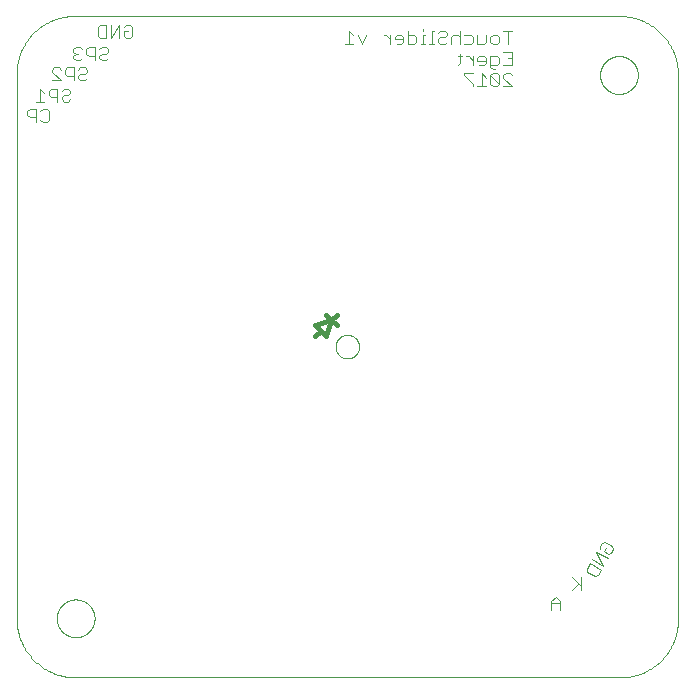
<source format=gbo>
G75*
%MOIN*%
%OFA0B0*%
%FSLAX25Y25*%
%IPPOS*%
%LPD*%
%AMOC8*
5,1,8,0,0,1.08239X$1,22.5*
%
%ADD10C,0.00039*%
%ADD11C,0.00400*%
%ADD12C,0.00000*%
%ADD13C,0.01600*%
D10*
X0059997Y0061910D02*
X0059997Y0243406D01*
X0060003Y0243872D01*
X0060020Y0244338D01*
X0060048Y0244803D01*
X0060087Y0245268D01*
X0060138Y0245731D01*
X0060199Y0246193D01*
X0060272Y0246654D01*
X0060356Y0247112D01*
X0060451Y0247569D01*
X0060558Y0248023D01*
X0060675Y0248474D01*
X0060802Y0248922D01*
X0060941Y0249367D01*
X0061091Y0249809D01*
X0061251Y0250247D01*
X0061421Y0250681D01*
X0061602Y0251110D01*
X0061793Y0251535D01*
X0061995Y0251956D01*
X0062207Y0252371D01*
X0062428Y0252781D01*
X0062660Y0253186D01*
X0062901Y0253585D01*
X0063152Y0253978D01*
X0063412Y0254365D01*
X0063681Y0254745D01*
X0063960Y0255119D01*
X0064247Y0255486D01*
X0064544Y0255846D01*
X0064848Y0256198D01*
X0065162Y0256543D01*
X0065483Y0256881D01*
X0065813Y0257211D01*
X0066151Y0257532D01*
X0066496Y0257846D01*
X0066848Y0258150D01*
X0067208Y0258447D01*
X0067575Y0258734D01*
X0067949Y0259013D01*
X0068329Y0259282D01*
X0068716Y0259542D01*
X0069109Y0259793D01*
X0069508Y0260034D01*
X0069913Y0260266D01*
X0070323Y0260487D01*
X0070738Y0260699D01*
X0071159Y0260901D01*
X0071584Y0261092D01*
X0072013Y0261273D01*
X0072447Y0261443D01*
X0072885Y0261603D01*
X0073327Y0261753D01*
X0073772Y0261892D01*
X0074220Y0262019D01*
X0074671Y0262136D01*
X0075125Y0262243D01*
X0075582Y0262338D01*
X0076040Y0262422D01*
X0076501Y0262495D01*
X0076963Y0262556D01*
X0077426Y0262607D01*
X0077891Y0262646D01*
X0078356Y0262674D01*
X0078822Y0262691D01*
X0079288Y0262697D01*
X0260784Y0262697D01*
X0261260Y0262691D01*
X0261735Y0262674D01*
X0262210Y0262645D01*
X0262684Y0262605D01*
X0263157Y0262553D01*
X0263628Y0262490D01*
X0264098Y0262416D01*
X0264566Y0262330D01*
X0265032Y0262233D01*
X0265495Y0262125D01*
X0265955Y0262006D01*
X0266413Y0261875D01*
X0266867Y0261734D01*
X0267318Y0261581D01*
X0267764Y0261418D01*
X0268207Y0261244D01*
X0268645Y0261059D01*
X0269079Y0260864D01*
X0269508Y0260658D01*
X0269932Y0260442D01*
X0270351Y0260216D01*
X0270764Y0259980D01*
X0271171Y0259734D01*
X0271572Y0259478D01*
X0271966Y0259212D01*
X0272355Y0258937D01*
X0272736Y0258653D01*
X0273110Y0258360D01*
X0273478Y0258058D01*
X0273838Y0257746D01*
X0274190Y0257427D01*
X0274534Y0257099D01*
X0274871Y0256762D01*
X0275199Y0256418D01*
X0275518Y0256066D01*
X0275830Y0255706D01*
X0276132Y0255338D01*
X0276425Y0254964D01*
X0276709Y0254583D01*
X0276984Y0254194D01*
X0277250Y0253800D01*
X0277506Y0253399D01*
X0277752Y0252992D01*
X0277988Y0252579D01*
X0278214Y0252160D01*
X0278430Y0251736D01*
X0278636Y0251307D01*
X0278831Y0250873D01*
X0279016Y0250435D01*
X0279190Y0249992D01*
X0279353Y0249546D01*
X0279506Y0249095D01*
X0279647Y0248641D01*
X0279778Y0248183D01*
X0279897Y0247723D01*
X0280005Y0247260D01*
X0280102Y0246794D01*
X0280188Y0246326D01*
X0280262Y0245856D01*
X0280325Y0245385D01*
X0280377Y0244912D01*
X0280417Y0244438D01*
X0280446Y0243963D01*
X0280463Y0243488D01*
X0280469Y0243012D01*
X0280469Y0061516D01*
X0280463Y0061050D01*
X0280446Y0060584D01*
X0280418Y0060119D01*
X0280379Y0059654D01*
X0280328Y0059191D01*
X0280267Y0058729D01*
X0280194Y0058268D01*
X0280110Y0057810D01*
X0280015Y0057353D01*
X0279908Y0056899D01*
X0279791Y0056448D01*
X0279664Y0056000D01*
X0279525Y0055555D01*
X0279375Y0055113D01*
X0279215Y0054675D01*
X0279045Y0054241D01*
X0278864Y0053812D01*
X0278673Y0053387D01*
X0278471Y0052966D01*
X0278259Y0052551D01*
X0278038Y0052141D01*
X0277806Y0051736D01*
X0277565Y0051337D01*
X0277314Y0050944D01*
X0277054Y0050557D01*
X0276785Y0050177D01*
X0276506Y0049803D01*
X0276219Y0049436D01*
X0275922Y0049076D01*
X0275618Y0048724D01*
X0275304Y0048379D01*
X0274983Y0048041D01*
X0274653Y0047711D01*
X0274315Y0047390D01*
X0273970Y0047076D01*
X0273618Y0046772D01*
X0273258Y0046475D01*
X0272891Y0046188D01*
X0272517Y0045909D01*
X0272137Y0045640D01*
X0271750Y0045380D01*
X0271357Y0045129D01*
X0270958Y0044888D01*
X0270553Y0044656D01*
X0270143Y0044435D01*
X0269728Y0044223D01*
X0269307Y0044021D01*
X0268882Y0043830D01*
X0268453Y0043649D01*
X0268019Y0043479D01*
X0267581Y0043319D01*
X0267139Y0043169D01*
X0266694Y0043030D01*
X0266246Y0042903D01*
X0265795Y0042786D01*
X0265341Y0042679D01*
X0264884Y0042584D01*
X0264426Y0042500D01*
X0263965Y0042427D01*
X0263503Y0042366D01*
X0263040Y0042315D01*
X0262575Y0042276D01*
X0262110Y0042248D01*
X0261644Y0042231D01*
X0261178Y0042225D01*
X0079682Y0042225D01*
X0079206Y0042231D01*
X0078731Y0042248D01*
X0078256Y0042277D01*
X0077782Y0042317D01*
X0077309Y0042369D01*
X0076838Y0042432D01*
X0076368Y0042506D01*
X0075900Y0042592D01*
X0075434Y0042689D01*
X0074971Y0042797D01*
X0074511Y0042916D01*
X0074053Y0043047D01*
X0073599Y0043188D01*
X0073148Y0043341D01*
X0072702Y0043504D01*
X0072259Y0043678D01*
X0071821Y0043863D01*
X0071387Y0044058D01*
X0070958Y0044264D01*
X0070534Y0044480D01*
X0070115Y0044706D01*
X0069702Y0044942D01*
X0069295Y0045188D01*
X0068894Y0045444D01*
X0068500Y0045710D01*
X0068111Y0045985D01*
X0067730Y0046269D01*
X0067356Y0046562D01*
X0066988Y0046864D01*
X0066628Y0047176D01*
X0066276Y0047495D01*
X0065932Y0047823D01*
X0065595Y0048160D01*
X0065267Y0048504D01*
X0064948Y0048856D01*
X0064636Y0049216D01*
X0064334Y0049584D01*
X0064041Y0049958D01*
X0063757Y0050339D01*
X0063482Y0050728D01*
X0063216Y0051122D01*
X0062960Y0051523D01*
X0062714Y0051930D01*
X0062478Y0052343D01*
X0062252Y0052762D01*
X0062036Y0053186D01*
X0061830Y0053615D01*
X0061635Y0054049D01*
X0061450Y0054487D01*
X0061276Y0054930D01*
X0061113Y0055376D01*
X0060960Y0055827D01*
X0060819Y0056281D01*
X0060688Y0056739D01*
X0060569Y0057199D01*
X0060461Y0057662D01*
X0060364Y0058128D01*
X0060278Y0058596D01*
X0060204Y0059066D01*
X0060141Y0059537D01*
X0060089Y0060010D01*
X0060049Y0060484D01*
X0060020Y0060959D01*
X0060003Y0061434D01*
X0059997Y0061910D01*
D11*
X0066470Y0227464D02*
X0066470Y0231792D01*
X0064306Y0231792D01*
X0063585Y0231071D01*
X0063585Y0229628D01*
X0064306Y0228907D01*
X0066470Y0228907D01*
X0067935Y0228186D02*
X0068656Y0227464D01*
X0070099Y0227464D01*
X0070820Y0228186D01*
X0070820Y0231071D01*
X0070099Y0231792D01*
X0068656Y0231792D01*
X0067935Y0231071D01*
X0067764Y0234157D02*
X0067764Y0238485D01*
X0069207Y0237043D01*
X0070671Y0237764D02*
X0070671Y0236321D01*
X0071393Y0235600D01*
X0073557Y0235600D01*
X0073557Y0234157D02*
X0073557Y0238485D01*
X0071393Y0238485D01*
X0070671Y0237764D01*
X0071833Y0241244D02*
X0074718Y0241244D01*
X0071833Y0244129D01*
X0071833Y0244851D01*
X0072554Y0245572D01*
X0073997Y0245572D01*
X0074718Y0244851D01*
X0076183Y0244851D02*
X0076183Y0243408D01*
X0076905Y0242687D01*
X0079069Y0242687D01*
X0079069Y0241244D02*
X0079069Y0245572D01*
X0076905Y0245572D01*
X0076183Y0244851D01*
X0080533Y0244851D02*
X0081255Y0245572D01*
X0082697Y0245572D01*
X0083419Y0244851D01*
X0083419Y0244129D01*
X0082697Y0243408D01*
X0081255Y0243408D01*
X0080533Y0242687D01*
X0080533Y0241965D01*
X0081255Y0241244D01*
X0082697Y0241244D01*
X0083419Y0241965D01*
X0077907Y0237764D02*
X0077907Y0237043D01*
X0077186Y0236321D01*
X0075743Y0236321D01*
X0075022Y0235600D01*
X0075022Y0234879D01*
X0075743Y0234157D01*
X0077186Y0234157D01*
X0077907Y0234879D01*
X0077907Y0237764D02*
X0077186Y0238485D01*
X0075743Y0238485D01*
X0075022Y0237764D01*
X0069207Y0234157D02*
X0066321Y0234157D01*
X0079641Y0247937D02*
X0081084Y0247937D01*
X0081805Y0248658D01*
X0080362Y0250101D02*
X0079641Y0250101D01*
X0078920Y0249379D01*
X0078920Y0248658D01*
X0079641Y0247937D01*
X0079641Y0250101D02*
X0078920Y0250822D01*
X0078920Y0251544D01*
X0079641Y0252265D01*
X0081084Y0252265D01*
X0081805Y0251544D01*
X0083270Y0251544D02*
X0083270Y0250101D01*
X0083991Y0249379D01*
X0086155Y0249379D01*
X0086155Y0247937D02*
X0086155Y0252265D01*
X0083991Y0252265D01*
X0083270Y0251544D01*
X0087620Y0251544D02*
X0088341Y0252265D01*
X0089784Y0252265D01*
X0090505Y0251544D01*
X0090505Y0250822D01*
X0089784Y0250101D01*
X0088341Y0250101D01*
X0087620Y0249379D01*
X0087620Y0248658D01*
X0088341Y0247937D01*
X0089784Y0247937D01*
X0090505Y0248658D01*
X0089876Y0255456D02*
X0087712Y0255456D01*
X0086991Y0256178D01*
X0086991Y0259063D01*
X0087712Y0259785D01*
X0089876Y0259785D01*
X0089876Y0255456D01*
X0091341Y0255456D02*
X0091341Y0259785D01*
X0094226Y0259785D02*
X0091341Y0255456D01*
X0094226Y0255456D02*
X0094226Y0259785D01*
X0095691Y0259063D02*
X0096412Y0259785D01*
X0097855Y0259785D01*
X0098576Y0259063D01*
X0098576Y0256178D01*
X0097855Y0255456D01*
X0096412Y0255456D01*
X0095691Y0256178D01*
X0095691Y0257620D01*
X0097134Y0257620D01*
X0169339Y0253449D02*
X0172224Y0253449D01*
X0170781Y0253449D02*
X0170781Y0257777D01*
X0172224Y0256334D01*
X0173689Y0256334D02*
X0175131Y0253449D01*
X0176574Y0256334D01*
X0182385Y0256334D02*
X0183107Y0256334D01*
X0184549Y0254891D01*
X0184549Y0253449D02*
X0184549Y0256334D01*
X0186014Y0255613D02*
X0186014Y0254891D01*
X0188900Y0254891D01*
X0188900Y0254170D02*
X0188900Y0255613D01*
X0188178Y0256334D01*
X0186736Y0256334D01*
X0186014Y0255613D01*
X0186736Y0253449D02*
X0188178Y0253449D01*
X0188900Y0254170D01*
X0190364Y0253449D02*
X0192528Y0253449D01*
X0193250Y0254170D01*
X0193250Y0255613D01*
X0192528Y0256334D01*
X0190364Y0256334D01*
X0190364Y0257777D02*
X0190364Y0253449D01*
X0194707Y0253449D02*
X0196150Y0253449D01*
X0195429Y0253449D02*
X0195429Y0256334D01*
X0196150Y0256334D01*
X0195429Y0257777D02*
X0195429Y0258498D01*
X0198329Y0257777D02*
X0198329Y0253449D01*
X0199050Y0253449D02*
X0197607Y0253449D01*
X0200515Y0254170D02*
X0201236Y0253449D01*
X0202679Y0253449D01*
X0203400Y0254170D01*
X0202679Y0255613D02*
X0201236Y0255613D01*
X0200515Y0254891D01*
X0200515Y0254170D01*
X0202679Y0255613D02*
X0203400Y0256334D01*
X0203400Y0257055D01*
X0202679Y0257777D01*
X0201236Y0257777D01*
X0200515Y0257055D01*
X0199050Y0257777D02*
X0198329Y0257777D01*
X0204865Y0255613D02*
X0204865Y0253449D01*
X0204865Y0255613D02*
X0205586Y0256334D01*
X0207029Y0256334D01*
X0207750Y0255613D01*
X0209215Y0256334D02*
X0211379Y0256334D01*
X0212101Y0255613D01*
X0212101Y0254170D01*
X0211379Y0253449D01*
X0209215Y0253449D01*
X0207750Y0253449D02*
X0207750Y0257777D01*
X0213565Y0256334D02*
X0213565Y0253449D01*
X0215729Y0253449D01*
X0216451Y0254170D01*
X0216451Y0256334D01*
X0217915Y0255613D02*
X0218637Y0256334D01*
X0220080Y0256334D01*
X0220801Y0255613D01*
X0220801Y0254170D01*
X0220080Y0253449D01*
X0218637Y0253449D01*
X0217915Y0254170D01*
X0217915Y0255613D01*
X0222266Y0257777D02*
X0225151Y0257777D01*
X0223708Y0257777D02*
X0223708Y0253449D01*
X0222266Y0250690D02*
X0225151Y0250690D01*
X0225151Y0246362D01*
X0222266Y0246362D01*
X0220801Y0247083D02*
X0220080Y0246362D01*
X0217915Y0246362D01*
X0217915Y0245641D02*
X0217915Y0249247D01*
X0220080Y0249247D01*
X0220801Y0248526D01*
X0220801Y0247083D01*
X0219358Y0244919D02*
X0218637Y0244919D01*
X0217915Y0245641D01*
X0216451Y0247083D02*
X0215729Y0246362D01*
X0214287Y0246362D01*
X0213565Y0247805D02*
X0216451Y0247805D01*
X0216451Y0248526D02*
X0215729Y0249247D01*
X0214287Y0249247D01*
X0213565Y0248526D01*
X0213565Y0247805D01*
X0212101Y0247805D02*
X0210658Y0249247D01*
X0209936Y0249247D01*
X0208475Y0249247D02*
X0207033Y0249247D01*
X0207754Y0249969D02*
X0207754Y0247083D01*
X0207033Y0246362D01*
X0209215Y0243603D02*
X0209215Y0242882D01*
X0212101Y0239997D01*
X0212101Y0239275D01*
X0213565Y0239275D02*
X0216451Y0239275D01*
X0215008Y0239275D02*
X0215008Y0243603D01*
X0216451Y0242161D01*
X0217915Y0242882D02*
X0220801Y0239997D01*
X0220080Y0239275D01*
X0218637Y0239275D01*
X0217915Y0239997D01*
X0217915Y0242882D01*
X0218637Y0243603D01*
X0220080Y0243603D01*
X0220801Y0242882D01*
X0220801Y0239997D01*
X0222266Y0239275D02*
X0225151Y0239275D01*
X0222266Y0242161D01*
X0222266Y0242882D01*
X0222987Y0243603D01*
X0224430Y0243603D01*
X0225151Y0242882D01*
X0225151Y0248526D02*
X0223708Y0248526D01*
X0216451Y0248526D02*
X0216451Y0247083D01*
X0212101Y0246362D02*
X0212101Y0249247D01*
X0212101Y0243603D02*
X0209215Y0243603D01*
X0255037Y0087182D02*
X0256022Y0087446D01*
X0258521Y0086003D01*
X0258785Y0085018D01*
X0258064Y0083768D01*
X0257078Y0083504D01*
X0255829Y0084225D01*
X0256550Y0085475D01*
X0254579Y0084947D02*
X0254315Y0085932D01*
X0255037Y0087182D01*
X0253222Y0084039D02*
X0255528Y0079376D01*
X0251780Y0081540D01*
X0251047Y0080272D02*
X0249965Y0078397D01*
X0250229Y0077412D01*
X0252728Y0075969D01*
X0253713Y0076233D01*
X0254795Y0078108D01*
X0251047Y0080272D01*
X0253222Y0084039D02*
X0256970Y0081875D01*
X0248064Y0075729D02*
X0248064Y0071401D01*
X0248064Y0072844D02*
X0245179Y0075729D01*
X0247343Y0073565D02*
X0245179Y0071401D01*
X0241096Y0067594D02*
X0239653Y0069037D01*
X0238211Y0067594D01*
X0238211Y0064708D01*
X0238211Y0066872D02*
X0241096Y0066872D01*
X0241096Y0067594D02*
X0241096Y0064708D01*
D12*
X0166296Y0152461D02*
X0166298Y0152586D01*
X0166304Y0152711D01*
X0166314Y0152835D01*
X0166328Y0152959D01*
X0166345Y0153083D01*
X0166367Y0153206D01*
X0166393Y0153328D01*
X0166422Y0153450D01*
X0166455Y0153570D01*
X0166493Y0153689D01*
X0166533Y0153808D01*
X0166578Y0153924D01*
X0166626Y0154039D01*
X0166678Y0154153D01*
X0166734Y0154265D01*
X0166793Y0154375D01*
X0166855Y0154483D01*
X0166921Y0154590D01*
X0166990Y0154694D01*
X0167063Y0154795D01*
X0167138Y0154895D01*
X0167217Y0154992D01*
X0167299Y0155086D01*
X0167384Y0155178D01*
X0167471Y0155267D01*
X0167562Y0155353D01*
X0167655Y0155436D01*
X0167751Y0155517D01*
X0167849Y0155594D01*
X0167949Y0155668D01*
X0168052Y0155739D01*
X0168157Y0155806D01*
X0168265Y0155871D01*
X0168374Y0155931D01*
X0168485Y0155989D01*
X0168598Y0156042D01*
X0168712Y0156092D01*
X0168828Y0156139D01*
X0168945Y0156181D01*
X0169064Y0156220D01*
X0169184Y0156256D01*
X0169305Y0156287D01*
X0169427Y0156315D01*
X0169549Y0156338D01*
X0169673Y0156358D01*
X0169797Y0156374D01*
X0169921Y0156386D01*
X0170046Y0156394D01*
X0170171Y0156398D01*
X0170295Y0156398D01*
X0170420Y0156394D01*
X0170545Y0156386D01*
X0170669Y0156374D01*
X0170793Y0156358D01*
X0170917Y0156338D01*
X0171039Y0156315D01*
X0171161Y0156287D01*
X0171282Y0156256D01*
X0171402Y0156220D01*
X0171521Y0156181D01*
X0171638Y0156139D01*
X0171754Y0156092D01*
X0171868Y0156042D01*
X0171981Y0155989D01*
X0172092Y0155931D01*
X0172202Y0155871D01*
X0172309Y0155806D01*
X0172414Y0155739D01*
X0172517Y0155668D01*
X0172617Y0155594D01*
X0172715Y0155517D01*
X0172811Y0155436D01*
X0172904Y0155353D01*
X0172995Y0155267D01*
X0173082Y0155178D01*
X0173167Y0155086D01*
X0173249Y0154992D01*
X0173328Y0154895D01*
X0173403Y0154795D01*
X0173476Y0154694D01*
X0173545Y0154590D01*
X0173611Y0154483D01*
X0173673Y0154375D01*
X0173732Y0154265D01*
X0173788Y0154153D01*
X0173840Y0154039D01*
X0173888Y0153924D01*
X0173933Y0153808D01*
X0173973Y0153689D01*
X0174011Y0153570D01*
X0174044Y0153450D01*
X0174073Y0153328D01*
X0174099Y0153206D01*
X0174121Y0153083D01*
X0174138Y0152959D01*
X0174152Y0152835D01*
X0174162Y0152711D01*
X0174168Y0152586D01*
X0174170Y0152461D01*
X0174168Y0152336D01*
X0174162Y0152211D01*
X0174152Y0152087D01*
X0174138Y0151963D01*
X0174121Y0151839D01*
X0174099Y0151716D01*
X0174073Y0151594D01*
X0174044Y0151472D01*
X0174011Y0151352D01*
X0173973Y0151233D01*
X0173933Y0151114D01*
X0173888Y0150998D01*
X0173840Y0150883D01*
X0173788Y0150769D01*
X0173732Y0150657D01*
X0173673Y0150547D01*
X0173611Y0150439D01*
X0173545Y0150332D01*
X0173476Y0150228D01*
X0173403Y0150127D01*
X0173328Y0150027D01*
X0173249Y0149930D01*
X0173167Y0149836D01*
X0173082Y0149744D01*
X0172995Y0149655D01*
X0172904Y0149569D01*
X0172811Y0149486D01*
X0172715Y0149405D01*
X0172617Y0149328D01*
X0172517Y0149254D01*
X0172414Y0149183D01*
X0172309Y0149116D01*
X0172201Y0149051D01*
X0172092Y0148991D01*
X0171981Y0148933D01*
X0171868Y0148880D01*
X0171754Y0148830D01*
X0171638Y0148783D01*
X0171521Y0148741D01*
X0171402Y0148702D01*
X0171282Y0148666D01*
X0171161Y0148635D01*
X0171039Y0148607D01*
X0170917Y0148584D01*
X0170793Y0148564D01*
X0170669Y0148548D01*
X0170545Y0148536D01*
X0170420Y0148528D01*
X0170295Y0148524D01*
X0170171Y0148524D01*
X0170046Y0148528D01*
X0169921Y0148536D01*
X0169797Y0148548D01*
X0169673Y0148564D01*
X0169549Y0148584D01*
X0169427Y0148607D01*
X0169305Y0148635D01*
X0169184Y0148666D01*
X0169064Y0148702D01*
X0168945Y0148741D01*
X0168828Y0148783D01*
X0168712Y0148830D01*
X0168598Y0148880D01*
X0168485Y0148933D01*
X0168374Y0148991D01*
X0168264Y0149051D01*
X0168157Y0149116D01*
X0168052Y0149183D01*
X0167949Y0149254D01*
X0167849Y0149328D01*
X0167751Y0149405D01*
X0167655Y0149486D01*
X0167562Y0149569D01*
X0167471Y0149655D01*
X0167384Y0149744D01*
X0167299Y0149836D01*
X0167217Y0149930D01*
X0167138Y0150027D01*
X0167063Y0150127D01*
X0166990Y0150228D01*
X0166921Y0150332D01*
X0166855Y0150439D01*
X0166793Y0150547D01*
X0166734Y0150657D01*
X0166678Y0150769D01*
X0166626Y0150883D01*
X0166578Y0150998D01*
X0166533Y0151114D01*
X0166493Y0151233D01*
X0166455Y0151352D01*
X0166422Y0151472D01*
X0166393Y0151594D01*
X0166367Y0151716D01*
X0166345Y0151839D01*
X0166328Y0151963D01*
X0166314Y0152087D01*
X0166304Y0152211D01*
X0166298Y0152336D01*
X0166296Y0152461D01*
X0073383Y0061910D02*
X0073385Y0062068D01*
X0073391Y0062226D01*
X0073401Y0062384D01*
X0073415Y0062542D01*
X0073433Y0062699D01*
X0073454Y0062856D01*
X0073480Y0063012D01*
X0073510Y0063168D01*
X0073543Y0063323D01*
X0073581Y0063476D01*
X0073622Y0063629D01*
X0073667Y0063781D01*
X0073716Y0063932D01*
X0073769Y0064081D01*
X0073825Y0064229D01*
X0073885Y0064375D01*
X0073949Y0064520D01*
X0074017Y0064663D01*
X0074088Y0064805D01*
X0074162Y0064945D01*
X0074240Y0065082D01*
X0074322Y0065218D01*
X0074406Y0065352D01*
X0074495Y0065483D01*
X0074586Y0065612D01*
X0074681Y0065739D01*
X0074778Y0065864D01*
X0074879Y0065986D01*
X0074983Y0066105D01*
X0075090Y0066222D01*
X0075200Y0066336D01*
X0075313Y0066447D01*
X0075428Y0066556D01*
X0075546Y0066661D01*
X0075667Y0066763D01*
X0075790Y0066863D01*
X0075916Y0066959D01*
X0076044Y0067052D01*
X0076174Y0067142D01*
X0076307Y0067228D01*
X0076442Y0067312D01*
X0076578Y0067391D01*
X0076717Y0067468D01*
X0076858Y0067540D01*
X0077000Y0067610D01*
X0077144Y0067675D01*
X0077290Y0067737D01*
X0077437Y0067795D01*
X0077586Y0067850D01*
X0077736Y0067901D01*
X0077887Y0067948D01*
X0078039Y0067991D01*
X0078192Y0068030D01*
X0078347Y0068066D01*
X0078502Y0068097D01*
X0078658Y0068125D01*
X0078814Y0068149D01*
X0078971Y0068169D01*
X0079129Y0068185D01*
X0079286Y0068197D01*
X0079445Y0068205D01*
X0079603Y0068209D01*
X0079761Y0068209D01*
X0079919Y0068205D01*
X0080078Y0068197D01*
X0080235Y0068185D01*
X0080393Y0068169D01*
X0080550Y0068149D01*
X0080706Y0068125D01*
X0080862Y0068097D01*
X0081017Y0068066D01*
X0081172Y0068030D01*
X0081325Y0067991D01*
X0081477Y0067948D01*
X0081628Y0067901D01*
X0081778Y0067850D01*
X0081927Y0067795D01*
X0082074Y0067737D01*
X0082220Y0067675D01*
X0082364Y0067610D01*
X0082506Y0067540D01*
X0082647Y0067468D01*
X0082786Y0067391D01*
X0082922Y0067312D01*
X0083057Y0067228D01*
X0083190Y0067142D01*
X0083320Y0067052D01*
X0083448Y0066959D01*
X0083574Y0066863D01*
X0083697Y0066763D01*
X0083818Y0066661D01*
X0083936Y0066556D01*
X0084051Y0066447D01*
X0084164Y0066336D01*
X0084274Y0066222D01*
X0084381Y0066105D01*
X0084485Y0065986D01*
X0084586Y0065864D01*
X0084683Y0065739D01*
X0084778Y0065612D01*
X0084869Y0065483D01*
X0084958Y0065352D01*
X0085042Y0065218D01*
X0085124Y0065082D01*
X0085202Y0064945D01*
X0085276Y0064805D01*
X0085347Y0064663D01*
X0085415Y0064520D01*
X0085479Y0064375D01*
X0085539Y0064229D01*
X0085595Y0064081D01*
X0085648Y0063932D01*
X0085697Y0063781D01*
X0085742Y0063629D01*
X0085783Y0063476D01*
X0085821Y0063323D01*
X0085854Y0063168D01*
X0085884Y0063012D01*
X0085910Y0062856D01*
X0085931Y0062699D01*
X0085949Y0062542D01*
X0085963Y0062384D01*
X0085973Y0062226D01*
X0085979Y0062068D01*
X0085981Y0061910D01*
X0085979Y0061752D01*
X0085973Y0061594D01*
X0085963Y0061436D01*
X0085949Y0061278D01*
X0085931Y0061121D01*
X0085910Y0060964D01*
X0085884Y0060808D01*
X0085854Y0060652D01*
X0085821Y0060497D01*
X0085783Y0060344D01*
X0085742Y0060191D01*
X0085697Y0060039D01*
X0085648Y0059888D01*
X0085595Y0059739D01*
X0085539Y0059591D01*
X0085479Y0059445D01*
X0085415Y0059300D01*
X0085347Y0059157D01*
X0085276Y0059015D01*
X0085202Y0058875D01*
X0085124Y0058738D01*
X0085042Y0058602D01*
X0084958Y0058468D01*
X0084869Y0058337D01*
X0084778Y0058208D01*
X0084683Y0058081D01*
X0084586Y0057956D01*
X0084485Y0057834D01*
X0084381Y0057715D01*
X0084274Y0057598D01*
X0084164Y0057484D01*
X0084051Y0057373D01*
X0083936Y0057264D01*
X0083818Y0057159D01*
X0083697Y0057057D01*
X0083574Y0056957D01*
X0083448Y0056861D01*
X0083320Y0056768D01*
X0083190Y0056678D01*
X0083057Y0056592D01*
X0082922Y0056508D01*
X0082786Y0056429D01*
X0082647Y0056352D01*
X0082506Y0056280D01*
X0082364Y0056210D01*
X0082220Y0056145D01*
X0082074Y0056083D01*
X0081927Y0056025D01*
X0081778Y0055970D01*
X0081628Y0055919D01*
X0081477Y0055872D01*
X0081325Y0055829D01*
X0081172Y0055790D01*
X0081017Y0055754D01*
X0080862Y0055723D01*
X0080706Y0055695D01*
X0080550Y0055671D01*
X0080393Y0055651D01*
X0080235Y0055635D01*
X0080078Y0055623D01*
X0079919Y0055615D01*
X0079761Y0055611D01*
X0079603Y0055611D01*
X0079445Y0055615D01*
X0079286Y0055623D01*
X0079129Y0055635D01*
X0078971Y0055651D01*
X0078814Y0055671D01*
X0078658Y0055695D01*
X0078502Y0055723D01*
X0078347Y0055754D01*
X0078192Y0055790D01*
X0078039Y0055829D01*
X0077887Y0055872D01*
X0077736Y0055919D01*
X0077586Y0055970D01*
X0077437Y0056025D01*
X0077290Y0056083D01*
X0077144Y0056145D01*
X0077000Y0056210D01*
X0076858Y0056280D01*
X0076717Y0056352D01*
X0076578Y0056429D01*
X0076442Y0056508D01*
X0076307Y0056592D01*
X0076174Y0056678D01*
X0076044Y0056768D01*
X0075916Y0056861D01*
X0075790Y0056957D01*
X0075667Y0057057D01*
X0075546Y0057159D01*
X0075428Y0057264D01*
X0075313Y0057373D01*
X0075200Y0057484D01*
X0075090Y0057598D01*
X0074983Y0057715D01*
X0074879Y0057834D01*
X0074778Y0057956D01*
X0074681Y0058081D01*
X0074586Y0058208D01*
X0074495Y0058337D01*
X0074406Y0058468D01*
X0074322Y0058602D01*
X0074240Y0058738D01*
X0074162Y0058875D01*
X0074088Y0059015D01*
X0074017Y0059157D01*
X0073949Y0059300D01*
X0073885Y0059445D01*
X0073825Y0059591D01*
X0073769Y0059739D01*
X0073716Y0059888D01*
X0073667Y0060039D01*
X0073622Y0060191D01*
X0073581Y0060344D01*
X0073543Y0060497D01*
X0073510Y0060652D01*
X0073480Y0060808D01*
X0073454Y0060964D01*
X0073433Y0061121D01*
X0073415Y0061278D01*
X0073401Y0061436D01*
X0073391Y0061594D01*
X0073385Y0061752D01*
X0073383Y0061910D01*
X0254485Y0243012D02*
X0254487Y0243170D01*
X0254493Y0243328D01*
X0254503Y0243486D01*
X0254517Y0243644D01*
X0254535Y0243801D01*
X0254556Y0243958D01*
X0254582Y0244114D01*
X0254612Y0244270D01*
X0254645Y0244425D01*
X0254683Y0244578D01*
X0254724Y0244731D01*
X0254769Y0244883D01*
X0254818Y0245034D01*
X0254871Y0245183D01*
X0254927Y0245331D01*
X0254987Y0245477D01*
X0255051Y0245622D01*
X0255119Y0245765D01*
X0255190Y0245907D01*
X0255264Y0246047D01*
X0255342Y0246184D01*
X0255424Y0246320D01*
X0255508Y0246454D01*
X0255597Y0246585D01*
X0255688Y0246714D01*
X0255783Y0246841D01*
X0255880Y0246966D01*
X0255981Y0247088D01*
X0256085Y0247207D01*
X0256192Y0247324D01*
X0256302Y0247438D01*
X0256415Y0247549D01*
X0256530Y0247658D01*
X0256648Y0247763D01*
X0256769Y0247865D01*
X0256892Y0247965D01*
X0257018Y0248061D01*
X0257146Y0248154D01*
X0257276Y0248244D01*
X0257409Y0248330D01*
X0257544Y0248414D01*
X0257680Y0248493D01*
X0257819Y0248570D01*
X0257960Y0248642D01*
X0258102Y0248712D01*
X0258246Y0248777D01*
X0258392Y0248839D01*
X0258539Y0248897D01*
X0258688Y0248952D01*
X0258838Y0249003D01*
X0258989Y0249050D01*
X0259141Y0249093D01*
X0259294Y0249132D01*
X0259449Y0249168D01*
X0259604Y0249199D01*
X0259760Y0249227D01*
X0259916Y0249251D01*
X0260073Y0249271D01*
X0260231Y0249287D01*
X0260388Y0249299D01*
X0260547Y0249307D01*
X0260705Y0249311D01*
X0260863Y0249311D01*
X0261021Y0249307D01*
X0261180Y0249299D01*
X0261337Y0249287D01*
X0261495Y0249271D01*
X0261652Y0249251D01*
X0261808Y0249227D01*
X0261964Y0249199D01*
X0262119Y0249168D01*
X0262274Y0249132D01*
X0262427Y0249093D01*
X0262579Y0249050D01*
X0262730Y0249003D01*
X0262880Y0248952D01*
X0263029Y0248897D01*
X0263176Y0248839D01*
X0263322Y0248777D01*
X0263466Y0248712D01*
X0263608Y0248642D01*
X0263749Y0248570D01*
X0263888Y0248493D01*
X0264024Y0248414D01*
X0264159Y0248330D01*
X0264292Y0248244D01*
X0264422Y0248154D01*
X0264550Y0248061D01*
X0264676Y0247965D01*
X0264799Y0247865D01*
X0264920Y0247763D01*
X0265038Y0247658D01*
X0265153Y0247549D01*
X0265266Y0247438D01*
X0265376Y0247324D01*
X0265483Y0247207D01*
X0265587Y0247088D01*
X0265688Y0246966D01*
X0265785Y0246841D01*
X0265880Y0246714D01*
X0265971Y0246585D01*
X0266060Y0246454D01*
X0266144Y0246320D01*
X0266226Y0246184D01*
X0266304Y0246047D01*
X0266378Y0245907D01*
X0266449Y0245765D01*
X0266517Y0245622D01*
X0266581Y0245477D01*
X0266641Y0245331D01*
X0266697Y0245183D01*
X0266750Y0245034D01*
X0266799Y0244883D01*
X0266844Y0244731D01*
X0266885Y0244578D01*
X0266923Y0244425D01*
X0266956Y0244270D01*
X0266986Y0244114D01*
X0267012Y0243958D01*
X0267033Y0243801D01*
X0267051Y0243644D01*
X0267065Y0243486D01*
X0267075Y0243328D01*
X0267081Y0243170D01*
X0267083Y0243012D01*
X0267081Y0242854D01*
X0267075Y0242696D01*
X0267065Y0242538D01*
X0267051Y0242380D01*
X0267033Y0242223D01*
X0267012Y0242066D01*
X0266986Y0241910D01*
X0266956Y0241754D01*
X0266923Y0241599D01*
X0266885Y0241446D01*
X0266844Y0241293D01*
X0266799Y0241141D01*
X0266750Y0240990D01*
X0266697Y0240841D01*
X0266641Y0240693D01*
X0266581Y0240547D01*
X0266517Y0240402D01*
X0266449Y0240259D01*
X0266378Y0240117D01*
X0266304Y0239977D01*
X0266226Y0239840D01*
X0266144Y0239704D01*
X0266060Y0239570D01*
X0265971Y0239439D01*
X0265880Y0239310D01*
X0265785Y0239183D01*
X0265688Y0239058D01*
X0265587Y0238936D01*
X0265483Y0238817D01*
X0265376Y0238700D01*
X0265266Y0238586D01*
X0265153Y0238475D01*
X0265038Y0238366D01*
X0264920Y0238261D01*
X0264799Y0238159D01*
X0264676Y0238059D01*
X0264550Y0237963D01*
X0264422Y0237870D01*
X0264292Y0237780D01*
X0264159Y0237694D01*
X0264024Y0237610D01*
X0263888Y0237531D01*
X0263749Y0237454D01*
X0263608Y0237382D01*
X0263466Y0237312D01*
X0263322Y0237247D01*
X0263176Y0237185D01*
X0263029Y0237127D01*
X0262880Y0237072D01*
X0262730Y0237021D01*
X0262579Y0236974D01*
X0262427Y0236931D01*
X0262274Y0236892D01*
X0262119Y0236856D01*
X0261964Y0236825D01*
X0261808Y0236797D01*
X0261652Y0236773D01*
X0261495Y0236753D01*
X0261337Y0236737D01*
X0261180Y0236725D01*
X0261021Y0236717D01*
X0260863Y0236713D01*
X0260705Y0236713D01*
X0260547Y0236717D01*
X0260388Y0236725D01*
X0260231Y0236737D01*
X0260073Y0236753D01*
X0259916Y0236773D01*
X0259760Y0236797D01*
X0259604Y0236825D01*
X0259449Y0236856D01*
X0259294Y0236892D01*
X0259141Y0236931D01*
X0258989Y0236974D01*
X0258838Y0237021D01*
X0258688Y0237072D01*
X0258539Y0237127D01*
X0258392Y0237185D01*
X0258246Y0237247D01*
X0258102Y0237312D01*
X0257960Y0237382D01*
X0257819Y0237454D01*
X0257680Y0237531D01*
X0257544Y0237610D01*
X0257409Y0237694D01*
X0257276Y0237780D01*
X0257146Y0237870D01*
X0257018Y0237963D01*
X0256892Y0238059D01*
X0256769Y0238159D01*
X0256648Y0238261D01*
X0256530Y0238366D01*
X0256415Y0238475D01*
X0256302Y0238586D01*
X0256192Y0238700D01*
X0256085Y0238817D01*
X0255981Y0238936D01*
X0255880Y0239058D01*
X0255783Y0239183D01*
X0255688Y0239310D01*
X0255597Y0239439D01*
X0255508Y0239570D01*
X0255424Y0239704D01*
X0255342Y0239840D01*
X0255264Y0239977D01*
X0255190Y0240117D01*
X0255119Y0240259D01*
X0255051Y0240402D01*
X0254987Y0240547D01*
X0254927Y0240693D01*
X0254871Y0240841D01*
X0254818Y0240990D01*
X0254769Y0241141D01*
X0254724Y0241293D01*
X0254683Y0241446D01*
X0254645Y0241599D01*
X0254612Y0241754D01*
X0254582Y0241910D01*
X0254556Y0242066D01*
X0254535Y0242223D01*
X0254517Y0242380D01*
X0254503Y0242538D01*
X0254493Y0242696D01*
X0254487Y0242854D01*
X0254485Y0243012D01*
D13*
X0166697Y0163068D02*
X0164930Y0161300D01*
X0163162Y0163068D01*
X0164930Y0161300D02*
X0166697Y0159532D01*
X0164930Y0161300D02*
X0163162Y0155997D01*
X0161394Y0157764D01*
X0159626Y0155997D01*
X0161394Y0157764D02*
X0159626Y0159532D01*
X0164930Y0161300D01*
M02*

</source>
